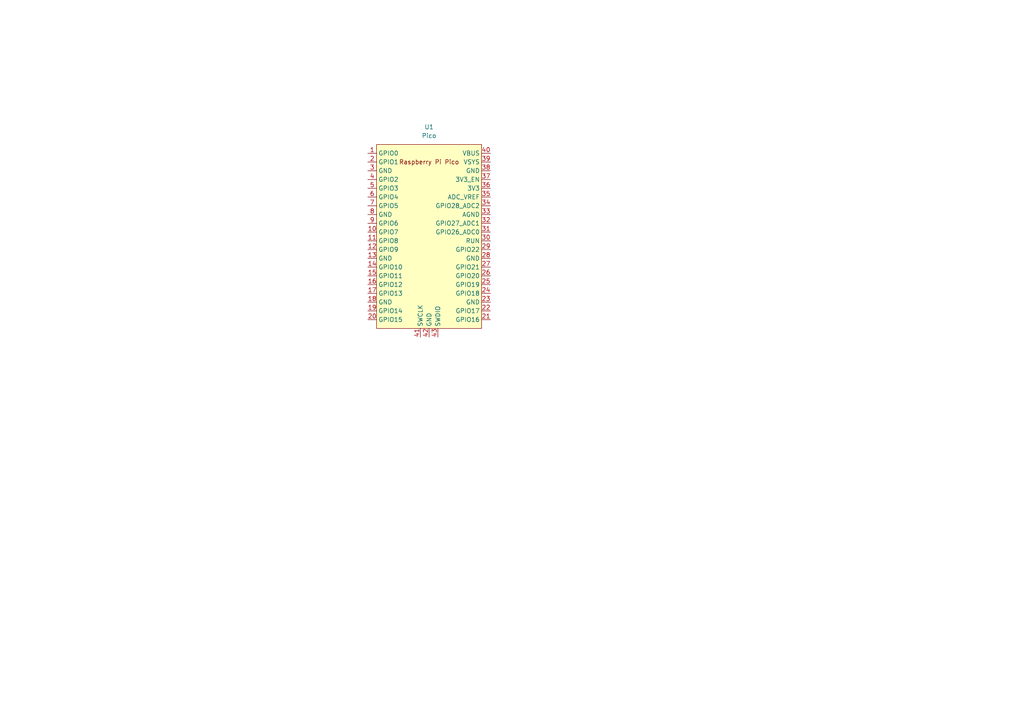
<source format=kicad_sch>
(kicad_sch
	(version 20231120)
	(generator "eeschema")
	(generator_version "8.0")
	(uuid "f286f16a-9e78-444d-b6ab-108824ac9840")
	(paper "A4")
	(lib_symbols
		(symbol "MCU_RaspberryPi_and_Boards:Pico"
			(exclude_from_sim no)
			(in_bom yes)
			(on_board yes)
			(property "Reference" "U"
				(at -13.97 27.94 0)
				(effects
					(font
						(size 1.27 1.27)
					)
				)
			)
			(property "Value" "Pico"
				(at 0 19.05 0)
				(effects
					(font
						(size 1.27 1.27)
					)
				)
			)
			(property "Footprint" "RPi_Pico:RPi_Pico_SMD_TH"
				(at 0 0 90)
				(effects
					(font
						(size 1.27 1.27)
					)
					(hide yes)
				)
			)
			(property "Datasheet" ""
				(at 0 0 0)
				(effects
					(font
						(size 1.27 1.27)
					)
					(hide yes)
				)
			)
			(property "Description" ""
				(at 0 0 0)
				(effects
					(font
						(size 1.27 1.27)
					)
					(hide yes)
				)
			)
			(symbol "Pico_0_0"
				(text "Raspberry Pi Pico"
					(at 0 21.59 0)
					(effects
						(font
							(size 1.27 1.27)
						)
					)
				)
			)
			(symbol "Pico_0_1"
				(rectangle
					(start -15.24 26.67)
					(end 15.24 -26.67)
					(stroke
						(width 0)
						(type default)
					)
					(fill
						(type background)
					)
				)
			)
			(symbol "Pico_1_1"
				(pin bidirectional line
					(at -17.78 24.13 0)
					(length 2.54)
					(name "GPIO0"
						(effects
							(font
								(size 1.27 1.27)
							)
						)
					)
					(number "1"
						(effects
							(font
								(size 1.27 1.27)
							)
						)
					)
				)
				(pin bidirectional line
					(at -17.78 1.27 0)
					(length 2.54)
					(name "GPIO7"
						(effects
							(font
								(size 1.27 1.27)
							)
						)
					)
					(number "10"
						(effects
							(font
								(size 1.27 1.27)
							)
						)
					)
				)
				(pin bidirectional line
					(at -17.78 -1.27 0)
					(length 2.54)
					(name "GPIO8"
						(effects
							(font
								(size 1.27 1.27)
							)
						)
					)
					(number "11"
						(effects
							(font
								(size 1.27 1.27)
							)
						)
					)
				)
				(pin bidirectional line
					(at -17.78 -3.81 0)
					(length 2.54)
					(name "GPIO9"
						(effects
							(font
								(size 1.27 1.27)
							)
						)
					)
					(number "12"
						(effects
							(font
								(size 1.27 1.27)
							)
						)
					)
				)
				(pin power_in line
					(at -17.78 -6.35 0)
					(length 2.54)
					(name "GND"
						(effects
							(font
								(size 1.27 1.27)
							)
						)
					)
					(number "13"
						(effects
							(font
								(size 1.27 1.27)
							)
						)
					)
				)
				(pin bidirectional line
					(at -17.78 -8.89 0)
					(length 2.54)
					(name "GPIO10"
						(effects
							(font
								(size 1.27 1.27)
							)
						)
					)
					(number "14"
						(effects
							(font
								(size 1.27 1.27)
							)
						)
					)
				)
				(pin bidirectional line
					(at -17.78 -11.43 0)
					(length 2.54)
					(name "GPIO11"
						(effects
							(font
								(size 1.27 1.27)
							)
						)
					)
					(number "15"
						(effects
							(font
								(size 1.27 1.27)
							)
						)
					)
				)
				(pin bidirectional line
					(at -17.78 -13.97 0)
					(length 2.54)
					(name "GPIO12"
						(effects
							(font
								(size 1.27 1.27)
							)
						)
					)
					(number "16"
						(effects
							(font
								(size 1.27 1.27)
							)
						)
					)
				)
				(pin bidirectional line
					(at -17.78 -16.51 0)
					(length 2.54)
					(name "GPIO13"
						(effects
							(font
								(size 1.27 1.27)
							)
						)
					)
					(number "17"
						(effects
							(font
								(size 1.27 1.27)
							)
						)
					)
				)
				(pin power_in line
					(at -17.78 -19.05 0)
					(length 2.54)
					(name "GND"
						(effects
							(font
								(size 1.27 1.27)
							)
						)
					)
					(number "18"
						(effects
							(font
								(size 1.27 1.27)
							)
						)
					)
				)
				(pin bidirectional line
					(at -17.78 -21.59 0)
					(length 2.54)
					(name "GPIO14"
						(effects
							(font
								(size 1.27 1.27)
							)
						)
					)
					(number "19"
						(effects
							(font
								(size 1.27 1.27)
							)
						)
					)
				)
				(pin bidirectional line
					(at -17.78 21.59 0)
					(length 2.54)
					(name "GPIO1"
						(effects
							(font
								(size 1.27 1.27)
							)
						)
					)
					(number "2"
						(effects
							(font
								(size 1.27 1.27)
							)
						)
					)
				)
				(pin bidirectional line
					(at -17.78 -24.13 0)
					(length 2.54)
					(name "GPIO15"
						(effects
							(font
								(size 1.27 1.27)
							)
						)
					)
					(number "20"
						(effects
							(font
								(size 1.27 1.27)
							)
						)
					)
				)
				(pin bidirectional line
					(at 17.78 -24.13 180)
					(length 2.54)
					(name "GPIO16"
						(effects
							(font
								(size 1.27 1.27)
							)
						)
					)
					(number "21"
						(effects
							(font
								(size 1.27 1.27)
							)
						)
					)
				)
				(pin bidirectional line
					(at 17.78 -21.59 180)
					(length 2.54)
					(name "GPIO17"
						(effects
							(font
								(size 1.27 1.27)
							)
						)
					)
					(number "22"
						(effects
							(font
								(size 1.27 1.27)
							)
						)
					)
				)
				(pin power_in line
					(at 17.78 -19.05 180)
					(length 2.54)
					(name "GND"
						(effects
							(font
								(size 1.27 1.27)
							)
						)
					)
					(number "23"
						(effects
							(font
								(size 1.27 1.27)
							)
						)
					)
				)
				(pin bidirectional line
					(at 17.78 -16.51 180)
					(length 2.54)
					(name "GPIO18"
						(effects
							(font
								(size 1.27 1.27)
							)
						)
					)
					(number "24"
						(effects
							(font
								(size 1.27 1.27)
							)
						)
					)
				)
				(pin bidirectional line
					(at 17.78 -13.97 180)
					(length 2.54)
					(name "GPIO19"
						(effects
							(font
								(size 1.27 1.27)
							)
						)
					)
					(number "25"
						(effects
							(font
								(size 1.27 1.27)
							)
						)
					)
				)
				(pin bidirectional line
					(at 17.78 -11.43 180)
					(length 2.54)
					(name "GPIO20"
						(effects
							(font
								(size 1.27 1.27)
							)
						)
					)
					(number "26"
						(effects
							(font
								(size 1.27 1.27)
							)
						)
					)
				)
				(pin bidirectional line
					(at 17.78 -8.89 180)
					(length 2.54)
					(name "GPIO21"
						(effects
							(font
								(size 1.27 1.27)
							)
						)
					)
					(number "27"
						(effects
							(font
								(size 1.27 1.27)
							)
						)
					)
				)
				(pin power_in line
					(at 17.78 -6.35 180)
					(length 2.54)
					(name "GND"
						(effects
							(font
								(size 1.27 1.27)
							)
						)
					)
					(number "28"
						(effects
							(font
								(size 1.27 1.27)
							)
						)
					)
				)
				(pin bidirectional line
					(at 17.78 -3.81 180)
					(length 2.54)
					(name "GPIO22"
						(effects
							(font
								(size 1.27 1.27)
							)
						)
					)
					(number "29"
						(effects
							(font
								(size 1.27 1.27)
							)
						)
					)
				)
				(pin power_in line
					(at -17.78 19.05 0)
					(length 2.54)
					(name "GND"
						(effects
							(font
								(size 1.27 1.27)
							)
						)
					)
					(number "3"
						(effects
							(font
								(size 1.27 1.27)
							)
						)
					)
				)
				(pin input line
					(at 17.78 -1.27 180)
					(length 2.54)
					(name "RUN"
						(effects
							(font
								(size 1.27 1.27)
							)
						)
					)
					(number "30"
						(effects
							(font
								(size 1.27 1.27)
							)
						)
					)
				)
				(pin bidirectional line
					(at 17.78 1.27 180)
					(length 2.54)
					(name "GPIO26_ADC0"
						(effects
							(font
								(size 1.27 1.27)
							)
						)
					)
					(number "31"
						(effects
							(font
								(size 1.27 1.27)
							)
						)
					)
				)
				(pin bidirectional line
					(at 17.78 3.81 180)
					(length 2.54)
					(name "GPIO27_ADC1"
						(effects
							(font
								(size 1.27 1.27)
							)
						)
					)
					(number "32"
						(effects
							(font
								(size 1.27 1.27)
							)
						)
					)
				)
				(pin power_in line
					(at 17.78 6.35 180)
					(length 2.54)
					(name "AGND"
						(effects
							(font
								(size 1.27 1.27)
							)
						)
					)
					(number "33"
						(effects
							(font
								(size 1.27 1.27)
							)
						)
					)
				)
				(pin bidirectional line
					(at 17.78 8.89 180)
					(length 2.54)
					(name "GPIO28_ADC2"
						(effects
							(font
								(size 1.27 1.27)
							)
						)
					)
					(number "34"
						(effects
							(font
								(size 1.27 1.27)
							)
						)
					)
				)
				(pin power_in line
					(at 17.78 11.43 180)
					(length 2.54)
					(name "ADC_VREF"
						(effects
							(font
								(size 1.27 1.27)
							)
						)
					)
					(number "35"
						(effects
							(font
								(size 1.27 1.27)
							)
						)
					)
				)
				(pin power_in line
					(at 17.78 13.97 180)
					(length 2.54)
					(name "3V3"
						(effects
							(font
								(size 1.27 1.27)
							)
						)
					)
					(number "36"
						(effects
							(font
								(size 1.27 1.27)
							)
						)
					)
				)
				(pin input line
					(at 17.78 16.51 180)
					(length 2.54)
					(name "3V3_EN"
						(effects
							(font
								(size 1.27 1.27)
							)
						)
					)
					(number "37"
						(effects
							(font
								(size 1.27 1.27)
							)
						)
					)
				)
				(pin bidirectional line
					(at 17.78 19.05 180)
					(length 2.54)
					(name "GND"
						(effects
							(font
								(size 1.27 1.27)
							)
						)
					)
					(number "38"
						(effects
							(font
								(size 1.27 1.27)
							)
						)
					)
				)
				(pin power_in line
					(at 17.78 21.59 180)
					(length 2.54)
					(name "VSYS"
						(effects
							(font
								(size 1.27 1.27)
							)
						)
					)
					(number "39"
						(effects
							(font
								(size 1.27 1.27)
							)
						)
					)
				)
				(pin bidirectional line
					(at -17.78 16.51 0)
					(length 2.54)
					(name "GPIO2"
						(effects
							(font
								(size 1.27 1.27)
							)
						)
					)
					(number "4"
						(effects
							(font
								(size 1.27 1.27)
							)
						)
					)
				)
				(pin power_in line
					(at 17.78 24.13 180)
					(length 2.54)
					(name "VBUS"
						(effects
							(font
								(size 1.27 1.27)
							)
						)
					)
					(number "40"
						(effects
							(font
								(size 1.27 1.27)
							)
						)
					)
				)
				(pin input line
					(at -2.54 -29.21 90)
					(length 2.54)
					(name "SWCLK"
						(effects
							(font
								(size 1.27 1.27)
							)
						)
					)
					(number "41"
						(effects
							(font
								(size 1.27 1.27)
							)
						)
					)
				)
				(pin power_in line
					(at 0 -29.21 90)
					(length 2.54)
					(name "GND"
						(effects
							(font
								(size 1.27 1.27)
							)
						)
					)
					(number "42"
						(effects
							(font
								(size 1.27 1.27)
							)
						)
					)
				)
				(pin bidirectional line
					(at 2.54 -29.21 90)
					(length 2.54)
					(name "SWDIO"
						(effects
							(font
								(size 1.27 1.27)
							)
						)
					)
					(number "43"
						(effects
							(font
								(size 1.27 1.27)
							)
						)
					)
				)
				(pin bidirectional line
					(at -17.78 13.97 0)
					(length 2.54)
					(name "GPIO3"
						(effects
							(font
								(size 1.27 1.27)
							)
						)
					)
					(number "5"
						(effects
							(font
								(size 1.27 1.27)
							)
						)
					)
				)
				(pin bidirectional line
					(at -17.78 11.43 0)
					(length 2.54)
					(name "GPIO4"
						(effects
							(font
								(size 1.27 1.27)
							)
						)
					)
					(number "6"
						(effects
							(font
								(size 1.27 1.27)
							)
						)
					)
				)
				(pin bidirectional line
					(at -17.78 8.89 0)
					(length 2.54)
					(name "GPIO5"
						(effects
							(font
								(size 1.27 1.27)
							)
						)
					)
					(number "7"
						(effects
							(font
								(size 1.27 1.27)
							)
						)
					)
				)
				(pin power_in line
					(at -17.78 6.35 0)
					(length 2.54)
					(name "GND"
						(effects
							(font
								(size 1.27 1.27)
							)
						)
					)
					(number "8"
						(effects
							(font
								(size 1.27 1.27)
							)
						)
					)
				)
				(pin bidirectional line
					(at -17.78 3.81 0)
					(length 2.54)
					(name "GPIO6"
						(effects
							(font
								(size 1.27 1.27)
							)
						)
					)
					(number "9"
						(effects
							(font
								(size 1.27 1.27)
							)
						)
					)
				)
			)
		)
	)
	(symbol
		(lib_id "MCU_RaspberryPi_and_Boards:Pico")
		(at 124.46 68.58 0)
		(unit 1)
		(exclude_from_sim no)
		(in_bom yes)
		(on_board yes)
		(dnp no)
		(fields_autoplaced yes)
		(uuid "de909101-be88-44ac-9822-cdccf658c031")
		(property "Reference" "U1"
			(at 124.46 36.83 0)
			(effects
				(font
					(size 1.27 1.27)
				)
			)
		)
		(property "Value" "Pico"
			(at 124.46 39.37 0)
			(effects
				(font
					(size 1.27 1.27)
				)
			)
		)
		(property "Footprint" "RPi_Pico:RPi_Pico_SMD_TH"
			(at 124.46 68.58 90)
			(effects
				(font
					(size 1.27 1.27)
				)
				(hide yes)
			)
		)
		(property "Datasheet" ""
			(at 124.46 68.58 0)
			(effects
				(font
					(size 1.27 1.27)
				)
				(hide yes)
			)
		)
		(property "Description" ""
			(at 124.46 68.58 0)
			(effects
				(font
					(size 1.27 1.27)
				)
				(hide yes)
			)
		)
		(pin "15"
			(uuid "ad46591d-2895-4508-a116-bb06e7bc67dd")
		)
		(pin "4"
			(uuid "c0ba2f6c-6bbd-44be-8047-36dc2f70d37a")
		)
		(pin "42"
			(uuid "49676d5e-cb57-4eae-abdc-333970f38283")
		)
		(pin "20"
			(uuid "b372ac1a-d0fc-49fe-945d-31a37d4db97e")
		)
		(pin "10"
			(uuid "e9aa1c33-ad5a-4e7c-ade8-e2b7bda928e2")
		)
		(pin "1"
			(uuid "fb44004a-7572-4ca6-96c9-e629d22a121f")
		)
		(pin "2"
			(uuid "17f01ce5-4bff-4df9-b704-e0b09ac5861e")
		)
		(pin "35"
			(uuid "6e7af92c-8b15-4aea-afcf-18b2659f6779")
		)
		(pin "28"
			(uuid "a2dba158-185a-422a-82db-ab60e0c09255")
		)
		(pin "38"
			(uuid "405175b8-dcb1-4df1-b062-05823d5faf23")
		)
		(pin "9"
			(uuid "918ce26d-a5ae-4c46-9c88-d778e5ef600f")
		)
		(pin "14"
			(uuid "365213b0-9294-4f2c-be0e-3a3c37174148")
		)
		(pin "31"
			(uuid "0eef7c59-8e98-4e6a-9b93-61c2413cb14d")
		)
		(pin "37"
			(uuid "ffb83997-cfb3-4110-b294-b3fbf1f979cb")
		)
		(pin "17"
			(uuid "32cd1e3f-0983-4672-8226-ad023b021849")
		)
		(pin "5"
			(uuid "91c1092e-941b-43d8-a379-65d465538530")
		)
		(pin "8"
			(uuid "e0768700-e5f8-494d-9786-c44a7e27cea4")
		)
		(pin "6"
			(uuid "97f649ab-6888-45f5-81a5-c3666db34ccd")
		)
		(pin "16"
			(uuid "eb14be26-1abb-405d-a060-5d42573ab934")
		)
		(pin "26"
			(uuid "a05d8d0a-7009-43c5-9041-3cab198cd555")
		)
		(pin "3"
			(uuid "d9a39f75-1f85-4f7a-98c2-3bd41c61aa83")
		)
		(pin "39"
			(uuid "974d04b3-37e6-4eb9-937f-1674c8956f74")
		)
		(pin "32"
			(uuid "847bc4ad-a697-4e17-82eb-687f74cad497")
		)
		(pin "24"
			(uuid "a41d7101-07f3-4184-9243-c33c45c27cb0")
		)
		(pin "27"
			(uuid "8525fd97-2752-450e-8d27-bb3ec393d68e")
		)
		(pin "29"
			(uuid "5e14a8d1-892a-40ee-a485-41e53e857ac4")
		)
		(pin "11"
			(uuid "981fc580-9e4e-470f-9192-7c1aca6a2168")
		)
		(pin "7"
			(uuid "3f2f3701-62d8-4683-89ec-a8315488736c")
		)
		(pin "13"
			(uuid "43edc9ac-8625-4a1e-bdc7-c77b411196b2")
		)
		(pin "23"
			(uuid "c5d04a05-ef1b-471f-bfee-51656990aedb")
		)
		(pin "30"
			(uuid "bfbb04f2-5b47-4dd2-b007-deb875ec5850")
		)
		(pin "33"
			(uuid "4e5898cb-88e1-4fa0-b624-3ee6a96b3dd9")
		)
		(pin "34"
			(uuid "db4aa954-5f15-48fc-b144-628e695f3ccc")
		)
		(pin "40"
			(uuid "0007d840-832b-4c2b-877b-4d92d7b0ec43")
		)
		(pin "25"
			(uuid "c6bb63ea-106a-4608-bde1-404b5d5e45a5")
		)
		(pin "19"
			(uuid "3e8becca-f46c-49c4-b207-e4c25199e85c")
		)
		(pin "18"
			(uuid "6adbd39c-7a77-4f05-8191-d9a3bc0e2c4e")
		)
		(pin "22"
			(uuid "8d3b8239-8cc2-43ae-a5c4-37b24e1d9f37")
		)
		(pin "41"
			(uuid "0b9e5e00-e7af-4838-a011-1c068fe70c63")
		)
		(pin "43"
			(uuid "ad082eec-a950-4f3b-a0c0-0dae28966834")
		)
		(pin "21"
			(uuid "f4b0c33f-8f4d-4efd-afc3-aa0cb6220a3f")
		)
		(pin "36"
			(uuid "7bb281ba-bbee-457c-a6a4-eda30f8ec18a")
		)
		(pin "12"
			(uuid "f2577f89-9085-4044-92a5-53932caca186")
		)
		(instances
			(project "Flight Controller using Raspberry pi pico"
				(path "/47759924-adc7-43b5-862a-0526d85d3786/3c48f85b-5e09-454c-9051-103920aa9efd"
					(reference "U1")
					(unit 1)
				)
			)
		)
	)
)

</source>
